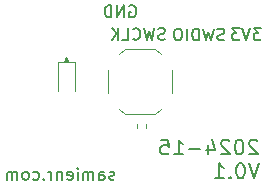
<source format=gbr>
%TF.GenerationSoftware,KiCad,Pcbnew,8.0.3*%
%TF.CreationDate,2024-07-16T16:20:45-05:00*%
%TF.ProjectId,kryptonite,6b727970-746f-46e6-9974-652e6b696361,rev?*%
%TF.SameCoordinates,PX813b7f0PY6643331*%
%TF.FileFunction,Legend,Bot*%
%TF.FilePolarity,Positive*%
%FSLAX46Y46*%
G04 Gerber Fmt 4.6, Leading zero omitted, Abs format (unit mm)*
G04 Created by KiCad (PCBNEW 8.0.3) date 2024-07-16 16:20:45*
%MOMM*%
%LPD*%
G01*
G04 APERTURE LIST*
%ADD10C,0.100000*%
%ADD11C,0.150000*%
%ADD12C,0.200000*%
%ADD13C,0.120000*%
G04 APERTURE END LIST*
D10*
X5490000Y10230001D02*
X5090000Y10230001D01*
X5290000Y10630001D01*
X5490000Y10230001D01*
G36*
X5490000Y10230001D02*
G01*
X5090000Y10230001D01*
X5290000Y10630001D01*
X5490000Y10230001D01*
G37*
D11*
X21768458Y13080182D02*
X21149411Y13080182D01*
X21149411Y13080182D02*
X21482744Y12699230D01*
X21482744Y12699230D02*
X21339887Y12699230D01*
X21339887Y12699230D02*
X21244649Y12651611D01*
X21244649Y12651611D02*
X21197030Y12603992D01*
X21197030Y12603992D02*
X21149411Y12508754D01*
X21149411Y12508754D02*
X21149411Y12270659D01*
X21149411Y12270659D02*
X21197030Y12175421D01*
X21197030Y12175421D02*
X21244649Y12127801D01*
X21244649Y12127801D02*
X21339887Y12080182D01*
X21339887Y12080182D02*
X21625601Y12080182D01*
X21625601Y12080182D02*
X21720839Y12127801D01*
X21720839Y12127801D02*
X21768458Y12175421D01*
X20863696Y13080182D02*
X20530363Y12080182D01*
X20530363Y12080182D02*
X20197030Y13080182D01*
X19958934Y13080182D02*
X19339887Y13080182D01*
X19339887Y13080182D02*
X19673220Y12699230D01*
X19673220Y12699230D02*
X19530363Y12699230D01*
X19530363Y12699230D02*
X19435125Y12651611D01*
X19435125Y12651611D02*
X19387506Y12603992D01*
X19387506Y12603992D02*
X19339887Y12508754D01*
X19339887Y12508754D02*
X19339887Y12270659D01*
X19339887Y12270659D02*
X19387506Y12175421D01*
X19387506Y12175421D02*
X19435125Y12127801D01*
X19435125Y12127801D02*
X19530363Y12080182D01*
X19530363Y12080182D02*
X19816077Y12080182D01*
X19816077Y12080182D02*
X19911315Y12127801D01*
X19911315Y12127801D02*
X19958934Y12175421D01*
X13650839Y12157801D02*
X13507982Y12110182D01*
X13507982Y12110182D02*
X13269887Y12110182D01*
X13269887Y12110182D02*
X13174649Y12157801D01*
X13174649Y12157801D02*
X13127030Y12205421D01*
X13127030Y12205421D02*
X13079411Y12300659D01*
X13079411Y12300659D02*
X13079411Y12395897D01*
X13079411Y12395897D02*
X13127030Y12491135D01*
X13127030Y12491135D02*
X13174649Y12538754D01*
X13174649Y12538754D02*
X13269887Y12586373D01*
X13269887Y12586373D02*
X13460363Y12633992D01*
X13460363Y12633992D02*
X13555601Y12681611D01*
X13555601Y12681611D02*
X13603220Y12729230D01*
X13603220Y12729230D02*
X13650839Y12824468D01*
X13650839Y12824468D02*
X13650839Y12919706D01*
X13650839Y12919706D02*
X13603220Y13014944D01*
X13603220Y13014944D02*
X13555601Y13062563D01*
X13555601Y13062563D02*
X13460363Y13110182D01*
X13460363Y13110182D02*
X13222268Y13110182D01*
X13222268Y13110182D02*
X13079411Y13062563D01*
X12746077Y13110182D02*
X12507982Y12110182D01*
X12507982Y12110182D02*
X12317506Y12824468D01*
X12317506Y12824468D02*
X12127030Y12110182D01*
X12127030Y12110182D02*
X11888935Y13110182D01*
X10936554Y12205421D02*
X10984173Y12157801D01*
X10984173Y12157801D02*
X11127030Y12110182D01*
X11127030Y12110182D02*
X11222268Y12110182D01*
X11222268Y12110182D02*
X11365125Y12157801D01*
X11365125Y12157801D02*
X11460363Y12253040D01*
X11460363Y12253040D02*
X11507982Y12348278D01*
X11507982Y12348278D02*
X11555601Y12538754D01*
X11555601Y12538754D02*
X11555601Y12681611D01*
X11555601Y12681611D02*
X11507982Y12872087D01*
X11507982Y12872087D02*
X11460363Y12967325D01*
X11460363Y12967325D02*
X11365125Y13062563D01*
X11365125Y13062563D02*
X11222268Y13110182D01*
X11222268Y13110182D02*
X11127030Y13110182D01*
X11127030Y13110182D02*
X10984173Y13062563D01*
X10984173Y13062563D02*
X10936554Y13014944D01*
X10031792Y12110182D02*
X10507982Y12110182D01*
X10507982Y12110182D02*
X10507982Y13110182D01*
X9698458Y12110182D02*
X9698458Y13110182D01*
X9127030Y12110182D02*
X9555601Y12681611D01*
X9127030Y13110182D02*
X9698458Y12538754D01*
X9340839Y317801D02*
X9245601Y270182D01*
X9245601Y270182D02*
X9055125Y270182D01*
X9055125Y270182D02*
X8959887Y317801D01*
X8959887Y317801D02*
X8912268Y413040D01*
X8912268Y413040D02*
X8912268Y460659D01*
X8912268Y460659D02*
X8959887Y555897D01*
X8959887Y555897D02*
X9055125Y603516D01*
X9055125Y603516D02*
X9197982Y603516D01*
X9197982Y603516D02*
X9293220Y651135D01*
X9293220Y651135D02*
X9340839Y746373D01*
X9340839Y746373D02*
X9340839Y793992D01*
X9340839Y793992D02*
X9293220Y889230D01*
X9293220Y889230D02*
X9197982Y936849D01*
X9197982Y936849D02*
X9055125Y936849D01*
X9055125Y936849D02*
X8959887Y889230D01*
X8055125Y270182D02*
X8055125Y793992D01*
X8055125Y793992D02*
X8102744Y889230D01*
X8102744Y889230D02*
X8197982Y936849D01*
X8197982Y936849D02*
X8388458Y936849D01*
X8388458Y936849D02*
X8483696Y889230D01*
X8055125Y317801D02*
X8150363Y270182D01*
X8150363Y270182D02*
X8388458Y270182D01*
X8388458Y270182D02*
X8483696Y317801D01*
X8483696Y317801D02*
X8531315Y413040D01*
X8531315Y413040D02*
X8531315Y508278D01*
X8531315Y508278D02*
X8483696Y603516D01*
X8483696Y603516D02*
X8388458Y651135D01*
X8388458Y651135D02*
X8150363Y651135D01*
X8150363Y651135D02*
X8055125Y698754D01*
X7578934Y270182D02*
X7578934Y936849D01*
X7578934Y841611D02*
X7531315Y889230D01*
X7531315Y889230D02*
X7436077Y936849D01*
X7436077Y936849D02*
X7293220Y936849D01*
X7293220Y936849D02*
X7197982Y889230D01*
X7197982Y889230D02*
X7150363Y793992D01*
X7150363Y793992D02*
X7150363Y270182D01*
X7150363Y793992D02*
X7102744Y889230D01*
X7102744Y889230D02*
X7007506Y936849D01*
X7007506Y936849D02*
X6864649Y936849D01*
X6864649Y936849D02*
X6769410Y889230D01*
X6769410Y889230D02*
X6721791Y793992D01*
X6721791Y793992D02*
X6721791Y270182D01*
X6245601Y270182D02*
X6245601Y936849D01*
X6245601Y1270182D02*
X6293220Y1222563D01*
X6293220Y1222563D02*
X6245601Y1174944D01*
X6245601Y1174944D02*
X6197982Y1222563D01*
X6197982Y1222563D02*
X6245601Y1270182D01*
X6245601Y1270182D02*
X6245601Y1174944D01*
X5388459Y317801D02*
X5483697Y270182D01*
X5483697Y270182D02*
X5674173Y270182D01*
X5674173Y270182D02*
X5769411Y317801D01*
X5769411Y317801D02*
X5817030Y413040D01*
X5817030Y413040D02*
X5817030Y793992D01*
X5817030Y793992D02*
X5769411Y889230D01*
X5769411Y889230D02*
X5674173Y936849D01*
X5674173Y936849D02*
X5483697Y936849D01*
X5483697Y936849D02*
X5388459Y889230D01*
X5388459Y889230D02*
X5340840Y793992D01*
X5340840Y793992D02*
X5340840Y698754D01*
X5340840Y698754D02*
X5817030Y603516D01*
X4912268Y936849D02*
X4912268Y270182D01*
X4912268Y841611D02*
X4864649Y889230D01*
X4864649Y889230D02*
X4769411Y936849D01*
X4769411Y936849D02*
X4626554Y936849D01*
X4626554Y936849D02*
X4531316Y889230D01*
X4531316Y889230D02*
X4483697Y793992D01*
X4483697Y793992D02*
X4483697Y270182D01*
X4007506Y270182D02*
X4007506Y936849D01*
X4007506Y746373D02*
X3959887Y841611D01*
X3959887Y841611D02*
X3912268Y889230D01*
X3912268Y889230D02*
X3817030Y936849D01*
X3817030Y936849D02*
X3721792Y936849D01*
X3388458Y365421D02*
X3340839Y317801D01*
X3340839Y317801D02*
X3388458Y270182D01*
X3388458Y270182D02*
X3436077Y317801D01*
X3436077Y317801D02*
X3388458Y365421D01*
X3388458Y365421D02*
X3388458Y270182D01*
X2483697Y317801D02*
X2578935Y270182D01*
X2578935Y270182D02*
X2769411Y270182D01*
X2769411Y270182D02*
X2864649Y317801D01*
X2864649Y317801D02*
X2912268Y365421D01*
X2912268Y365421D02*
X2959887Y460659D01*
X2959887Y460659D02*
X2959887Y746373D01*
X2959887Y746373D02*
X2912268Y841611D01*
X2912268Y841611D02*
X2864649Y889230D01*
X2864649Y889230D02*
X2769411Y936849D01*
X2769411Y936849D02*
X2578935Y936849D01*
X2578935Y936849D02*
X2483697Y889230D01*
X1912268Y270182D02*
X2007506Y317801D01*
X2007506Y317801D02*
X2055125Y365421D01*
X2055125Y365421D02*
X2102744Y460659D01*
X2102744Y460659D02*
X2102744Y746373D01*
X2102744Y746373D02*
X2055125Y841611D01*
X2055125Y841611D02*
X2007506Y889230D01*
X2007506Y889230D02*
X1912268Y936849D01*
X1912268Y936849D02*
X1769411Y936849D01*
X1769411Y936849D02*
X1674173Y889230D01*
X1674173Y889230D02*
X1626554Y841611D01*
X1626554Y841611D02*
X1578935Y746373D01*
X1578935Y746373D02*
X1578935Y460659D01*
X1578935Y460659D02*
X1626554Y365421D01*
X1626554Y365421D02*
X1674173Y317801D01*
X1674173Y317801D02*
X1769411Y270182D01*
X1769411Y270182D02*
X1912268Y270182D01*
X1150363Y270182D02*
X1150363Y936849D01*
X1150363Y841611D02*
X1102744Y889230D01*
X1102744Y889230D02*
X1007506Y936849D01*
X1007506Y936849D02*
X864649Y936849D01*
X864649Y936849D02*
X769411Y889230D01*
X769411Y889230D02*
X721792Y793992D01*
X721792Y793992D02*
X721792Y270182D01*
X721792Y793992D02*
X674173Y889230D01*
X674173Y889230D02*
X578935Y936849D01*
X578935Y936849D02*
X436078Y936849D01*
X436078Y936849D02*
X340839Y889230D01*
X340839Y889230D02*
X293220Y793992D01*
X293220Y793992D02*
X293220Y270182D01*
X10639411Y14972563D02*
X10734649Y15020182D01*
X10734649Y15020182D02*
X10877506Y15020182D01*
X10877506Y15020182D02*
X11020363Y14972563D01*
X11020363Y14972563D02*
X11115601Y14877325D01*
X11115601Y14877325D02*
X11163220Y14782087D01*
X11163220Y14782087D02*
X11210839Y14591611D01*
X11210839Y14591611D02*
X11210839Y14448754D01*
X11210839Y14448754D02*
X11163220Y14258278D01*
X11163220Y14258278D02*
X11115601Y14163040D01*
X11115601Y14163040D02*
X11020363Y14067801D01*
X11020363Y14067801D02*
X10877506Y14020182D01*
X10877506Y14020182D02*
X10782268Y14020182D01*
X10782268Y14020182D02*
X10639411Y14067801D01*
X10639411Y14067801D02*
X10591792Y14115421D01*
X10591792Y14115421D02*
X10591792Y14448754D01*
X10591792Y14448754D02*
X10782268Y14448754D01*
X10163220Y14020182D02*
X10163220Y15020182D01*
X10163220Y15020182D02*
X9591792Y14020182D01*
X9591792Y14020182D02*
X9591792Y15020182D01*
X9115601Y14020182D02*
X9115601Y15020182D01*
X9115601Y15020182D02*
X8877506Y15020182D01*
X8877506Y15020182D02*
X8734649Y14972563D01*
X8734649Y14972563D02*
X8639411Y14877325D01*
X8639411Y14877325D02*
X8591792Y14782087D01*
X8591792Y14782087D02*
X8544173Y14591611D01*
X8544173Y14591611D02*
X8544173Y14448754D01*
X8544173Y14448754D02*
X8591792Y14258278D01*
X8591792Y14258278D02*
X8639411Y14163040D01*
X8639411Y14163040D02*
X8734649Y14067801D01*
X8734649Y14067801D02*
X8877506Y14020182D01*
X8877506Y14020182D02*
X9115601Y14020182D01*
X18660839Y12117801D02*
X18517982Y12070182D01*
X18517982Y12070182D02*
X18279887Y12070182D01*
X18279887Y12070182D02*
X18184649Y12117801D01*
X18184649Y12117801D02*
X18137030Y12165421D01*
X18137030Y12165421D02*
X18089411Y12260659D01*
X18089411Y12260659D02*
X18089411Y12355897D01*
X18089411Y12355897D02*
X18137030Y12451135D01*
X18137030Y12451135D02*
X18184649Y12498754D01*
X18184649Y12498754D02*
X18279887Y12546373D01*
X18279887Y12546373D02*
X18470363Y12593992D01*
X18470363Y12593992D02*
X18565601Y12641611D01*
X18565601Y12641611D02*
X18613220Y12689230D01*
X18613220Y12689230D02*
X18660839Y12784468D01*
X18660839Y12784468D02*
X18660839Y12879706D01*
X18660839Y12879706D02*
X18613220Y12974944D01*
X18613220Y12974944D02*
X18565601Y13022563D01*
X18565601Y13022563D02*
X18470363Y13070182D01*
X18470363Y13070182D02*
X18232268Y13070182D01*
X18232268Y13070182D02*
X18089411Y13022563D01*
X17756077Y13070182D02*
X17517982Y12070182D01*
X17517982Y12070182D02*
X17327506Y12784468D01*
X17327506Y12784468D02*
X17137030Y12070182D01*
X17137030Y12070182D02*
X16898935Y13070182D01*
X16517982Y12070182D02*
X16517982Y13070182D01*
X16517982Y13070182D02*
X16279887Y13070182D01*
X16279887Y13070182D02*
X16137030Y13022563D01*
X16137030Y13022563D02*
X16041792Y12927325D01*
X16041792Y12927325D02*
X15994173Y12832087D01*
X15994173Y12832087D02*
X15946554Y12641611D01*
X15946554Y12641611D02*
X15946554Y12498754D01*
X15946554Y12498754D02*
X15994173Y12308278D01*
X15994173Y12308278D02*
X16041792Y12213040D01*
X16041792Y12213040D02*
X16137030Y12117801D01*
X16137030Y12117801D02*
X16279887Y12070182D01*
X16279887Y12070182D02*
X16517982Y12070182D01*
X15517982Y12070182D02*
X15517982Y13070182D01*
X14851316Y13070182D02*
X14660840Y13070182D01*
X14660840Y13070182D02*
X14565602Y13022563D01*
X14565602Y13022563D02*
X14470364Y12927325D01*
X14470364Y12927325D02*
X14422745Y12736849D01*
X14422745Y12736849D02*
X14422745Y12403516D01*
X14422745Y12403516D02*
X14470364Y12213040D01*
X14470364Y12213040D02*
X14565602Y12117801D01*
X14565602Y12117801D02*
X14660840Y12070182D01*
X14660840Y12070182D02*
X14851316Y12070182D01*
X14851316Y12070182D02*
X14946554Y12117801D01*
X14946554Y12117801D02*
X15041792Y12213040D01*
X15041792Y12213040D02*
X15089411Y12403516D01*
X15089411Y12403516D02*
X15089411Y12736849D01*
X15089411Y12736849D02*
X15041792Y12927325D01*
X15041792Y12927325D02*
X14946554Y13022563D01*
X14946554Y13022563D02*
X14851316Y13070182D01*
D12*
X21470326Y3536760D02*
X21410802Y3596284D01*
X21410802Y3596284D02*
X21291755Y3655808D01*
X21291755Y3655808D02*
X20994136Y3655808D01*
X20994136Y3655808D02*
X20875088Y3596284D01*
X20875088Y3596284D02*
X20815564Y3536760D01*
X20815564Y3536760D02*
X20756041Y3417712D01*
X20756041Y3417712D02*
X20756041Y3298665D01*
X20756041Y3298665D02*
X20815564Y3120093D01*
X20815564Y3120093D02*
X21529850Y2405808D01*
X21529850Y2405808D02*
X20756041Y2405808D01*
X19982231Y3655808D02*
X19863184Y3655808D01*
X19863184Y3655808D02*
X19744136Y3596284D01*
X19744136Y3596284D02*
X19684612Y3536760D01*
X19684612Y3536760D02*
X19625088Y3417712D01*
X19625088Y3417712D02*
X19565565Y3179617D01*
X19565565Y3179617D02*
X19565565Y2881998D01*
X19565565Y2881998D02*
X19625088Y2643903D01*
X19625088Y2643903D02*
X19684612Y2524855D01*
X19684612Y2524855D02*
X19744136Y2465331D01*
X19744136Y2465331D02*
X19863184Y2405808D01*
X19863184Y2405808D02*
X19982231Y2405808D01*
X19982231Y2405808D02*
X20101279Y2465331D01*
X20101279Y2465331D02*
X20160803Y2524855D01*
X20160803Y2524855D02*
X20220326Y2643903D01*
X20220326Y2643903D02*
X20279850Y2881998D01*
X20279850Y2881998D02*
X20279850Y3179617D01*
X20279850Y3179617D02*
X20220326Y3417712D01*
X20220326Y3417712D02*
X20160803Y3536760D01*
X20160803Y3536760D02*
X20101279Y3596284D01*
X20101279Y3596284D02*
X19982231Y3655808D01*
X19089374Y3536760D02*
X19029850Y3596284D01*
X19029850Y3596284D02*
X18910803Y3655808D01*
X18910803Y3655808D02*
X18613184Y3655808D01*
X18613184Y3655808D02*
X18494136Y3596284D01*
X18494136Y3596284D02*
X18434612Y3536760D01*
X18434612Y3536760D02*
X18375089Y3417712D01*
X18375089Y3417712D02*
X18375089Y3298665D01*
X18375089Y3298665D02*
X18434612Y3120093D01*
X18434612Y3120093D02*
X19148898Y2405808D01*
X19148898Y2405808D02*
X18375089Y2405808D01*
X17303660Y3239141D02*
X17303660Y2405808D01*
X17601279Y3715331D02*
X17898898Y2822474D01*
X17898898Y2822474D02*
X17125089Y2822474D01*
X16648898Y2881998D02*
X15696518Y2881998D01*
X14446518Y2405808D02*
X15160803Y2405808D01*
X14803660Y2405808D02*
X14803660Y3655808D01*
X14803660Y3655808D02*
X14922708Y3477236D01*
X14922708Y3477236D02*
X15041756Y3358189D01*
X15041756Y3358189D02*
X15160803Y3298665D01*
X13315565Y3655808D02*
X13910803Y3655808D01*
X13910803Y3655808D02*
X13970327Y3060570D01*
X13970327Y3060570D02*
X13910803Y3120093D01*
X13910803Y3120093D02*
X13791756Y3179617D01*
X13791756Y3179617D02*
X13494137Y3179617D01*
X13494137Y3179617D02*
X13375089Y3120093D01*
X13375089Y3120093D02*
X13315565Y3060570D01*
X13315565Y3060570D02*
X13256042Y2941522D01*
X13256042Y2941522D02*
X13256042Y2643903D01*
X13256042Y2643903D02*
X13315565Y2524855D01*
X13315565Y2524855D02*
X13375089Y2465331D01*
X13375089Y2465331D02*
X13494137Y2405808D01*
X13494137Y2405808D02*
X13791756Y2405808D01*
X13791756Y2405808D02*
X13910803Y2465331D01*
X13910803Y2465331D02*
X13970327Y2524855D01*
X21589374Y1643378D02*
X21172707Y393378D01*
X21172707Y393378D02*
X20756041Y1643378D01*
X20101278Y1643378D02*
X19982231Y1643378D01*
X19982231Y1643378D02*
X19863183Y1583854D01*
X19863183Y1583854D02*
X19803659Y1524330D01*
X19803659Y1524330D02*
X19744135Y1405282D01*
X19744135Y1405282D02*
X19684612Y1167187D01*
X19684612Y1167187D02*
X19684612Y869568D01*
X19684612Y869568D02*
X19744135Y631473D01*
X19744135Y631473D02*
X19803659Y512425D01*
X19803659Y512425D02*
X19863183Y452901D01*
X19863183Y452901D02*
X19982231Y393378D01*
X19982231Y393378D02*
X20101278Y393378D01*
X20101278Y393378D02*
X20220326Y452901D01*
X20220326Y452901D02*
X20279850Y512425D01*
X20279850Y512425D02*
X20339373Y631473D01*
X20339373Y631473D02*
X20398897Y869568D01*
X20398897Y869568D02*
X20398897Y1167187D01*
X20398897Y1167187D02*
X20339373Y1405282D01*
X20339373Y1405282D02*
X20279850Y1524330D01*
X20279850Y1524330D02*
X20220326Y1583854D01*
X20220326Y1583854D02*
X20101278Y1643378D01*
X19148897Y512425D02*
X19089374Y452901D01*
X19089374Y452901D02*
X19148897Y393378D01*
X19148897Y393378D02*
X19208421Y452901D01*
X19208421Y452901D02*
X19148897Y512425D01*
X19148897Y512425D02*
X19148897Y393378D01*
X17898898Y393378D02*
X18613183Y393378D01*
X18256040Y393378D02*
X18256040Y1643378D01*
X18256040Y1643378D02*
X18375088Y1464806D01*
X18375088Y1464806D02*
X18494136Y1345759D01*
X18494136Y1345759D02*
X18613183Y1286235D01*
D13*
%TO.C,D1*%
X4575000Y10227501D02*
X4575000Y7767501D01*
X6045000Y10227501D02*
X4575000Y10227501D01*
X6045000Y7767501D02*
X6045000Y10227501D01*
%TO.C,SW1*%
X8780000Y9585001D02*
X8780000Y7585001D01*
X10230000Y11335001D02*
X9780000Y10885001D01*
X10230000Y5835001D02*
X9780000Y6285001D01*
X12830000Y11335001D02*
X10230000Y11335001D01*
X12830000Y11335001D02*
X13280000Y10885001D01*
X12830000Y5835001D02*
X10230000Y5835001D01*
X12830000Y5835001D02*
X13280000Y6285001D01*
X14280000Y9585001D02*
X14280000Y7585001D01*
%TO.C,R5*%
X11260000Y4646360D02*
X11260000Y4953642D01*
X12020000Y4646360D02*
X12020000Y4953642D01*
%TD*%
M02*

</source>
